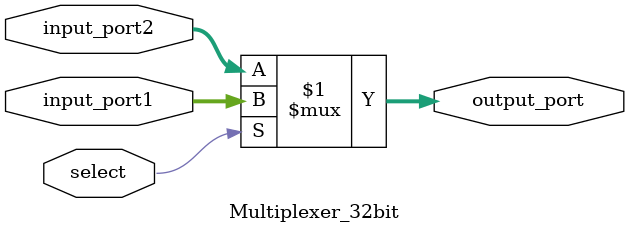
<source format=v>

module Multiplexer_32bit (
  output_port,
  input_port1, input_port2, select);

  output [31:0] output_port;
  input [31:0] input_port1, input_port2;
  input select;
  
  assign output_port = (select) ? input_port1 : input_port2;

endmodule

</source>
